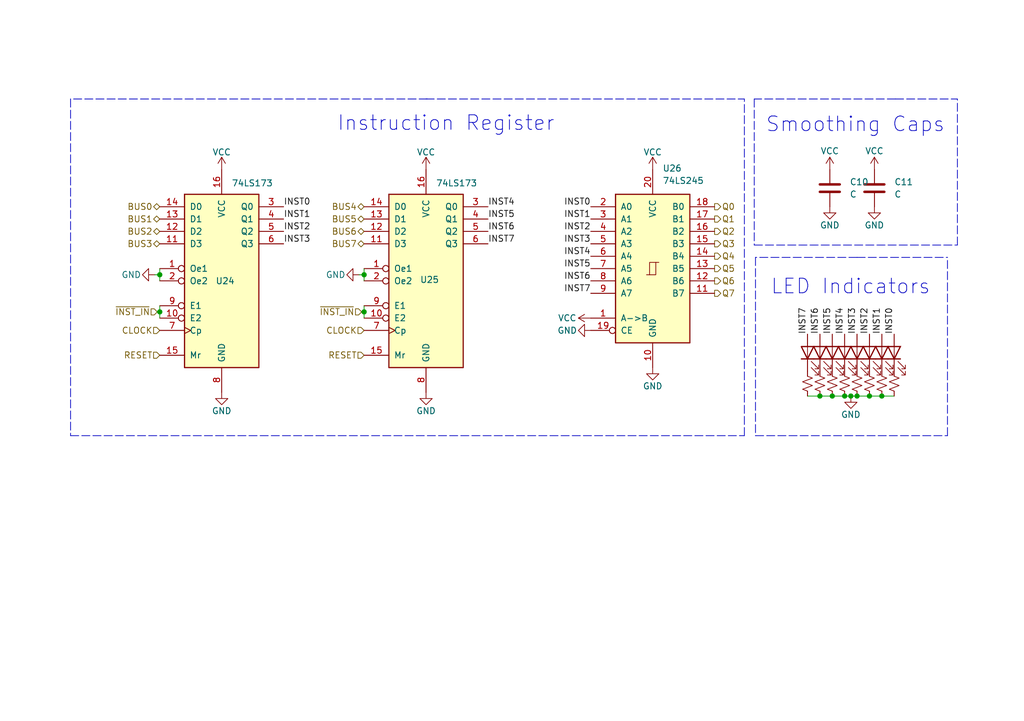
<source format=kicad_sch>
(kicad_sch (version 20211123) (generator eeschema)
  (paper "A5")
  (lib_symbols
    (symbol "74xx:74LS173" (pin_names (offset 1.016))
      (property "Reference" "U" (at -7.62 19.05 0))
      (property "Value" "74LS173" (at -7.62 -19.05 0))
      (symbol "74LS173_1_0"
        (pin input inverted (at -12.7 2.54 0) (length 5.08) (name "Oe1") (number "1"))
        (pin input inverted (at -12.7 -7.62 0) (length 5.08) (name "E2") (number "10"))
        (pin input line (at -12.7 7.62 0) (length 5.08) (name "D3") (number "11"))
        (pin input line (at -12.7 10.16 0) (length 5.08) (name "D2") (number "12"))
        (pin input line (at -12.7 12.7 0) (length 5.08) (name "D1") (number "13"))
        (pin input line (at -12.7 15.24 0) (length 5.08) (name "D0") (number "14"))
        (pin input line (at -12.7 -15.24 0) (length 5.08) (name "Mr") (number "15"))
        (pin power_in line (at 0 22.86 270) (length 5.08) (name "VCC") (number "16"))
        (pin input inverted (at -12.7 0 0) (length 5.08) (name "Oe2") (number "2"))
        (pin tri_state line (at 12.7 15.24 180) (length 5.08) (name "Q0") (number "3"))
        (pin tri_state line (at 12.7 12.7 180) (length 5.08) (name "Q1") (number "4"))
        (pin tri_state line (at 12.7 10.16 180) (length 5.08) (name "Q2") (number "5"))
        (pin tri_state line (at 12.7 7.62 180) (length 5.08) (name "Q3") (number "6"))
        (pin input clock (at -12.7 -10.16 0) (length 5.08) (name "Cp") (number "7"))
        (pin power_in line (at 0 -22.86 90) (length 5.08) (name "GND") (number "8"))
        (pin input inverted (at -12.7 -5.08 0) (length 5.08) (name "E1") (number "9"))
      )
      (symbol "74LS173_1_1"
        (rectangle (start -7.62 17.78) (end 7.62 -17.78) (stroke (width 0.254)) (fill (type background)))
      )
    )
    (symbol "74xx:74LS245" (pin_names (offset 1.016))
      (property "Reference" "U" (at -7.62 16.51 0))
      (property "Value" "74LS245" (at -7.62 -16.51 0))
      (symbol "74LS245_1_0"
        (polyline (pts (xy -0.635 -1.27) (xy -0.635 1.27) (xy 0.635 1.27)))
        (polyline (pts (xy -1.27 -1.27) (xy 0.635 -1.27) (xy 0.635 1.27) (xy 1.27 1.27)))
        (pin input line (at -12.7 -10.16 0) (length 5.08) (name "A->B") (number "1"))
        (pin power_in line (at 0 -20.32 90) (length 5.08) (name "GND") (number "10"))
        (pin tri_state line (at 12.7 -5.08 180) (length 5.08) (name "B7") (number "11"))
        (pin tri_state line (at 12.7 -2.54 180) (length 5.08) (name "B6") (number "12"))
        (pin tri_state line (at 12.7 0 180) (length 5.08) (name "B5") (number "13"))
        (pin tri_state line (at 12.7 2.54 180) (length 5.08) (name "B4") (number "14"))
        (pin tri_state line (at 12.7 5.08 180) (length 5.08) (name "B3") (number "15"))
        (pin tri_state line (at 12.7 7.62 180) (length 5.08) (name "B2") (number "16"))
        (pin tri_state line (at 12.7 10.16 180) (length 5.08) (name "B1") (number "17"))
        (pin tri_state line (at 12.7 12.7 180) (length 5.08) (name "B0") (number "18"))
        (pin input inverted (at -12.7 -12.7 0) (length 5.08) (name "CE") (number "19"))
        (pin tri_state line (at -12.7 12.7 0) (length 5.08) (name "A0") (number "2"))
        (pin power_in line (at 0 20.32 270) (length 5.08) (name "VCC") (number "20"))
        (pin tri_state line (at -12.7 10.16 0) (length 5.08) (name "A1") (number "3"))
        (pin tri_state line (at -12.7 7.62 0) (length 5.08) (name "A2") (number "4"))
        (pin tri_state line (at -12.7 5.08 0) (length 5.08) (name "A3") (number "5"))
        (pin tri_state line (at -12.7 2.54 0) (length 5.08) (name "A4") (number "6"))
        (pin tri_state line (at -12.7 0 0) (length 5.08) (name "A5") (number "7"))
        (pin tri_state line (at -12.7 -2.54 0) (length 5.08) (name "A6") (number "8"))
        (pin tri_state line (at -12.7 -5.08 0) (length 5.08) (name "A7") (number "9"))
      )
      (symbol "74LS245_1_1"
        (rectangle (start -7.62 15.24) (end 7.62 -15.24) (stroke (width 0.254)) (fill (type background)))
      )
    )
    (symbol "Device:C" (pin_numbers hide) (pin_names (offset 0.254))
      (property "Reference" "C" (at 0.635 2.54 0))
      (property "Value" "C" (at 0.635 -2.54 0))
      (symbol "C_0_1"
        (polyline (pts (xy -2.032 -0.762) (xy 2.032 -0.762)) (stroke (width 0.508)))
        (polyline (pts (xy -2.032 0.762) (xy 2.032 0.762)) (stroke (width 0.508)))
      )
      (symbol "C_1_1"
        (pin passive line (at 0 3.81 270) (length 2.794) (name "~") (number "1"))
        (pin passive line (at 0 -3.81 90) (length 2.794) (name "~") (number "2"))
      )
    )
    (symbol "Device:LED" (pin_numbers hide) (pin_names (offset 1.016) hide)
      (property "Reference" "D" (at 0 2.54 0))
      (property "Value" "LED" (at 0 -2.54 0))
      (symbol "LED_0_1"
        (polyline (pts (xy -1.27 -1.27) (xy -1.27 1.27)) (stroke (width 0.254)))
        (polyline (pts (xy -1.27 0) (xy 1.27 0)))
        (polyline (pts (xy 1.27 -1.27) (xy 1.27 1.27) (xy -1.27 0) (xy 1.27 -1.27)) (stroke (width 0.254)))
        (polyline (pts (xy -3.048 -0.762) (xy -4.572 -2.286) (xy -3.81 -2.286) (xy -4.572 -2.286) (xy -4.572 -1.524)))
        (polyline (pts (xy -1.778 -0.762) (xy -3.302 -2.286) (xy -2.54 -2.286) (xy -3.302 -2.286) (xy -3.302 -1.524)))
      )
      (symbol "LED_1_1"
        (pin passive line (at -3.81 0 0) (length 2.54) (name "K") (number "1"))
        (pin passive line (at 3.81 0 180) (length 2.54) (name "A") (number "2"))
      )
    )
    (symbol "Device:R_Small_US" (pin_numbers hide) (pin_names (offset 0.254) hide)
      (property "Reference" "R" (at 0.762 0.508 0))
      (property "Value" "R_Small_US" (at 0.762 -1.016 0))
      (symbol "R_Small_US_1_1"
        (polyline (pts (xy 0 0) (xy 1.016 -0.381) (xy 0 -0.762) (xy -1.016 -1.143) (xy 0 -1.524)))
        (polyline (pts (xy 0 1.524) (xy 1.016 1.143) (xy 0 0.762) (xy -1.016 0.381) (xy 0 0)))
        (pin passive line (at 0 2.54 270) (length 1.016) (name "~") (number "1"))
        (pin passive line (at 0 -2.54 90) (length 1.016) (name "~") (number "2"))
      )
    )
    (symbol "power:GND" (power) (pin_names (offset 0))
      (property "Value" "GND" (at 0 -3.81 0))
      (symbol "GND_0_1"
        (polyline (pts (xy 0 0) (xy 0 -1.27) (xy 1.27 -1.27) (xy 0 -2.54) (xy -1.27 -1.27) (xy 0 -1.27)))
      )
      (symbol "GND_1_1"
        (pin power_in line (at 0 0 270) (length 0) hide (name "GND") (number "1"))
      )
    )
    (symbol "power:VCC" (power) (pin_names (offset 0))
      (property "Value" "VCC" (at 0 3.81 0))
      (symbol "VCC_0_1"
        (polyline (pts (xy -0.762 1.27) (xy 0 2.54)))
        (polyline (pts (xy 0 0) (xy 0 2.54)))
        (polyline (pts (xy 0 2.54) (xy 0.762 1.27)))
      )
      (symbol "VCC_1_1"
        (pin power_in line (at 0 0 90) (length 0) hide (name "VCC") (number "1"))
      )
    )
  )
  (junction (at 178.308 81.28))
  (junction (at 170.688 81.28))
  (junction (at 180.848 81.28))
  (junction (at 32.766 56.388))
  (junction (at 174.498 81.28))
  (junction (at 32.766 64.008))
  (junction (at 168.148 81.28))
  (junction (at 175.768 81.28))
  (junction (at 173.228 81.28))
  (junction (at 74.676 56.388))
  (junction (at 74.676 64.008))
  (polyline (pts (xy 194.31 89.408) (xy 194.31 52.832)))
  (wire (pts (xy 170.688 81.28) (xy 173.228 81.28)))
  (wire (pts (xy 32.766 56.388) (xy 32.766 57.658)))
  (wire (pts (xy 74.676 62.738) (xy 74.676 64.008)))
  (wire (pts (xy 74.168 64.008) (xy 74.676 64.008)))
  (wire (pts (xy 32.766 64.008) (xy 32.766 65.278)))
  (wire (pts (xy 74.676 55.118) (xy 74.676 56.388)))
  (wire (pts (xy 165.608 81.28) (xy 168.148 81.28)))
  (polyline (pts (xy 154.686 50.292) (xy 196.342 50.292)))
  (polyline (pts (xy 183.642 20.32) (xy 196.342 20.32)))
  (wire (pts (xy 73.66 56.388) (xy 74.676 56.388)))
  (polyline (pts (xy 87.63 20.32) (xy 14.478 20.32)))
  (polyline (pts (xy 154.94 52.832) (xy 154.94 89.408)))
  (polyline (pts (xy 14.478 20.32) (xy 14.478 89.408)))
  (wire (pts (xy 74.676 64.008) (xy 74.676 65.278)))
  (polyline (pts (xy 175.768 52.832) (xy 194.31 52.832)))
  (wire (pts (xy 174.498 81.28) (xy 175.768 81.28)))
  (polyline (pts (xy 196.342 50.292) (xy 196.342 20.32)))
  (wire (pts (xy 180.848 81.28) (xy 183.388 81.28)))
  (wire (pts (xy 31.75 56.388) (xy 32.766 56.388)))
  (polyline (pts (xy 154.94 89.408) (xy 194.31 89.408)))
  (polyline (pts (xy 154.686 20.32) (xy 154.686 50.292)))
  (wire (pts (xy 168.148 81.28) (xy 170.688 81.28)))
  (polyline (pts (xy 183.642 20.32) (xy 154.686 20.32)))
  (wire (pts (xy 175.768 81.28) (xy 178.308 81.28)))
  (polyline (pts (xy 14.478 89.408) (xy 152.654 89.408)))
  (wire (pts (xy 32.766 62.738) (xy 32.766 64.008)))
  (wire (pts (xy 178.308 81.28) (xy 180.848 81.28)))
  (wire (pts (xy 32.258 64.008) (xy 32.766 64.008)))
  (polyline (pts (xy 175.768 52.832) (xy 154.94 52.832)))
  (polyline (pts (xy 152.654 89.408) (xy 152.654 20.32)))
  (wire (pts (xy 32.766 55.118) (xy 32.766 56.388)))
  (wire (pts (xy 173.228 81.28) (xy 174.498 81.28)))
  (wire (pts (xy 74.676 56.388) (xy 74.676 57.658)))
  (polyline (pts (xy 87.376 20.32) (xy 152.654 20.32)))
  (text "Smoothing Caps" (at 156.972 27.432 0) (effects (font (size 3 3)) (justify left bottom)))
  (text "LED Indicators" (at 157.988 60.706 0) (effects (font (size 3 3)) (justify left bottom)))
  (text "Instruction Register" (at 69.088 27.178 0) (effects (font (size 3 3)) (justify left bottom)))
  (label "INST6" (at 100.076 47.498 0))
  (label "INST7" (at 165.608 68.58 90))
  (label "INST1" (at 180.848 68.58 90))
  (label "INST4" (at 121.158 52.578 180))
  (label "INST1" (at 121.158 44.958 180))
  (label "INST0" (at 121.158 42.418 180))
  (label "INST1" (at 58.166 44.958 0))
  (label "INST4" (at 100.076 42.418 0))
  (label "INST7" (at 100.076 50.038 0))
  (label "INST2" (at 58.166 47.498 0))
  (label "INST5" (at 121.158 55.118 180))
  (label "INST2" (at 178.308 68.58 90))
  (label "INST6" (at 168.148 68.58 90))
  (label "INST5" (at 170.688 68.58 90))
  (label "INST4" (at 173.228 68.58 90))
  (label "INST7" (at 121.158 60.198 180))
  (label "INST0" (at 58.166 42.418 0))
  (label "INST3" (at 58.166 50.038 0))
  (label "INST2" (at 121.158 47.498 180))
  (label "INST0" (at 183.388 68.58 90))
  (label "INST5" (at 100.076 44.958 0))
  (label "INST6" (at 121.158 57.658 180))
  (label "INST3" (at 175.768 68.58 90))
  (label "INST3" (at 121.158 50.038 180))
  (hierarchical_label "~{INST_IN}" (shape input) (at 32.258 64.008 180))
  (hierarchical_label "CLOCK" (shape input) (at 32.766 67.818 180))
  (hierarchical_label "BUS1" (shape tri_state) (at 32.766 44.958 180))
  (hierarchical_label "BUS4" (shape tri_state) (at 74.676 42.418 180))
  (hierarchical_label "CLOCK" (shape input) (at 74.676 67.818 180))
  (hierarchical_label "BUS3" (shape tri_state) (at 32.766 50.038 180))
  (hierarchical_label "BUS5" (shape tri_state) (at 74.676 44.958 180))
  (hierarchical_label "BUS6" (shape tri_state) (at 74.676 47.498 180))
  (hierarchical_label "Q6" (shape output) (at 146.558 57.658 0))
  (hierarchical_label "Q0" (shape output) (at 146.558 42.418 0))
  (hierarchical_label "BUS0" (shape tri_state) (at 32.766 42.418 180))
  (hierarchical_label "Q1" (shape output) (at 146.558 44.958 0))
  (hierarchical_label "Q4" (shape output) (at 146.558 52.578 0))
  (hierarchical_label "Q7" (shape output) (at 146.558 60.198 0))
  (hierarchical_label "BUS7" (shape tri_state) (at 74.676 50.038 180))
  (hierarchical_label "BUS2" (shape tri_state) (at 32.766 47.498 180))
  (hierarchical_label "RESET" (shape input) (at 74.676 72.898 180))
  (hierarchical_label "Q2" (shape output) (at 146.558 47.498 0))
  (hierarchical_label "~{INST_IN}" (shape input) (at 74.168 64.008 180))
  (hierarchical_label "RESET" (shape input) (at 32.766 72.898 180))
  (hierarchical_label "Q3" (shape output) (at 146.558 50.038 0))
  (hierarchical_label "Q5" (shape output) (at 146.558 55.118 0))
  (symbol (lib_id "Device:C") (at 170.18 38.608 0) (unit 1)
    (property "Reference" "C10" (at 174.244 37.3379 0) (effects (justify left)))
    (property "Value" "C" (at 174.244 39.8779 0) (effects (justify left)))
    (property "Footprint" "Capacitor_SMD:C_0805_2012Metric" (effects hide))
  )
  (symbol (lib_id "Device:R_Small_US") (at 183.388 78.74 0) (unit 1)
    (property "Reference" "R51" (effects hide))
    (property "Value" "R_Small_US" (effects hide))
    (property "Footprint" "Resistor_SMD:R_0805_2012Metric" (effects hide))
  )
  (symbol (lib_id "Device:R_Small_US") (at 173.228 78.74 0) (unit 1)
    (property "Reference" "R47" (effects hide))
    (property "Value" "R_Small_US" (effects hide))
    (property "Footprint" "Resistor_SMD:R_0805_2012Metric" (effects hide))
  )
  (symbol (lib_id "Device:LED") (at 170.688 72.39 90) (unit 1)
    (property "Reference" "D46" (effects hide))
    (property "Value" "LED" (effects hide))
    (property "Footprint" "LED_SMD:LED_0805_2012Metric" (effects hide))
  )
  (symbol (lib_id "Device:R_Small_US") (at 165.608 78.74 0) (unit 1)
    (property "Reference" "R44" (effects hide))
    (property "Value" "R_Small_US" (effects hide))
    (property "Footprint" "Resistor_SMD:R_0805_2012Metric" (effects hide))
  )
  (symbol (lib_id "74xx:74LS173") (at 87.376 57.658 0) (unit 1)
    (property "Reference" "U25" (at 86.106 57.404 0) (effects (justify left)))
    (property "Value" "74LS173" (at 89.3954 37.592 0) (effects (justify left)))
    (property "Footprint" "Package_SO:TSSOP-16_4.4x5mm_P0.65mm" (effects hide))
    (property "Datasheet" "http://www.ti.com/lit/gpn/sn74LS173" (effects hide))
  )
  (symbol (lib_id "Device:LED") (at 183.388 72.39 90) (unit 1)
    (property "Reference" "D51" (effects hide))
    (property "Value" "LED" (effects hide))
    (property "Footprint" "LED_SMD:LED_0805_2012Metric" (effects hide))
  )
  (symbol (lib_id "power:GND") (at 31.75 56.388 270) (unit 1)
    (property "Reference" "#PWR089" (effects hide))
    (property "Value" "GND" (at 26.924 56.388 90))
  )
  (symbol (lib_id "Device:R_Small_US") (at 180.848 78.74 0) (unit 1)
    (property "Reference" "R50" (effects hide))
    (property "Value" "R_Small_US" (effects hide))
    (property "Footprint" "Resistor_SMD:R_0805_2012Metric" (effects hide))
  )
  (symbol (lib_id "power:VCC") (at 170.18 34.798 0) (unit 1)
    (property "Reference" "#PWR099" (effects hide))
    (property "Value" "VCC" (at 170.18 30.988 0))
  )
  (symbol (lib_id "power:VCC") (at 45.466 34.798 0) (unit 1)
    (property "Reference" "#PWR090" (effects hide))
    (property "Value" "VCC" (at 45.466 31.242 0))
  )
  (symbol (lib_id "power:GND") (at 45.466 80.518 0) (unit 1)
    (property "Reference" "#PWR091" (effects hide))
    (property "Value" "GND" (at 45.466 84.328 0))
  )
  (symbol (lib_id "power:GND") (at 170.18 42.418 0) (unit 1)
    (property "Reference" "#PWR0100" (effects hide))
    (property "Value" "GND" (at 170.18 46.228 0))
  )
  (symbol (lib_id "Device:LED") (at 173.228 72.39 90) (unit 1)
    (property "Reference" "D47" (effects hide))
    (property "Value" "LED" (effects hide))
    (property "Footprint" "LED_SMD:LED_0805_2012Metric" (effects hide))
  )
  (symbol (lib_id "Device:LED") (at 165.608 72.39 90) (unit 1)
    (property "Reference" "D44" (effects hide))
    (property "Value" "LED" (effects hide))
    (property "Footprint" "LED_SMD:LED_0805_2012Metric" (effects hide))
  )
  (symbol (lib_id "power:GND") (at 87.376 80.518 0) (unit 1)
    (property "Reference" "#PWR094" (effects hide))
    (property "Value" "GND" (at 87.376 84.328 0))
  )
  (symbol (lib_id "power:GND") (at 121.158 67.818 270) (unit 1)
    (property "Reference" "#PWR096" (effects hide))
    (property "Value" "GND" (at 116.332 67.818 90))
  )
  (symbol (lib_id "power:GND") (at 174.498 81.28 0) (unit 1)
    (property "Reference" "#PWR0101" (effects hide))
    (property "Value" "GND" (at 174.498 85.09 0))
  )
  (symbol (lib_id "power:GND") (at 133.858 75.438 0) (unit 1)
    (property "Reference" "#PWR098" (effects hide))
    (property "Value" "GND" (at 133.858 79.248 0))
  )
  (symbol (lib_id "Device:C") (at 179.324 38.608 0) (unit 1)
    (property "Reference" "C11" (at 183.388 37.3379 0) (effects (justify left)))
    (property "Value" "C" (at 183.388 39.8779 0) (effects (justify left)))
    (property "Footprint" "Capacitor_SMD:C_0805_2012Metric" (effects hide))
  )
  (symbol (lib_id "power:VCC") (at 121.158 65.278 90) (unit 1)
    (property "Reference" "#PWR095" (effects hide))
    (property "Value" "VCC" (at 116.332 65.278 90))
  )
  (symbol (lib_id "Device:LED") (at 180.848 72.39 90) (unit 1)
    (property "Reference" "D50" (effects hide))
    (property "Value" "LED" (effects hide))
    (property "Footprint" "LED_SMD:LED_0805_2012Metric" (effects hide))
  )
  (symbol (lib_id "power:GND") (at 73.66 56.388 270) (unit 1)
    (property "Reference" "#PWR092" (effects hide))
    (property "Value" "GND" (at 68.834 56.388 90))
  )
  (symbol (lib_id "74xx:74LS245") (at 133.858 55.118 0) (unit 1)
    (property "Reference" "U26" (at 135.8774 34.544 0) (effects (justify left)))
    (property "Value" "74LS245" (at 135.8774 37.084 0) (effects (justify left)))
    (property "Footprint" "Package_SO:TSSOP-20_4.4x6.5mm_P0.65mm" (effects hide))
    (property "Datasheet" "http://www.ti.com/lit/gpn/sn74LS245" (effects hide))
  )
  (symbol (lib_id "power:VCC") (at 87.376 34.798 0) (unit 1)
    (property "Reference" "#PWR093" (effects hide))
    (property "Value" "VCC" (at 87.376 31.242 0))
  )
  (symbol (lib_id "74xx:74LS173") (at 45.466 57.658 0) (unit 1)
    (property "Reference" "U24" (at 44.196 57.658 0) (effects (justify left)))
    (property "Value" "74LS173" (at 47.4854 37.592 0) (effects (justify left)))
    (property "Footprint" "Package_SO:TSSOP-16_4.4x5mm_P0.65mm" (effects hide))
    (property "Datasheet" "http://www.ti.com/lit/gpn/sn74LS173" (effects hide))
  )
  (symbol (lib_id "Device:LED") (at 168.148 72.39 90) (unit 1)
    (property "Reference" "D45" (effects hide))
    (property "Value" "LED" (effects hide))
    (property "Footprint" "LED_SMD:LED_0805_2012Metric" (effects hide))
  )
  (symbol (lib_id "Device:LED") (at 175.768 72.39 90) (unit 1)
    (property "Reference" "D48" (effects hide))
    (property "Value" "LED" (effects hide))
    (property "Footprint" "LED_SMD:LED_0805_2012Metric" (effects hide))
  )
  (symbol (lib_id "power:VCC") (at 133.858 34.798 0) (unit 1)
    (property "Reference" "#PWR097" (effects hide))
    (property "Value" "VCC" (at 133.858 31.242 0))
  )
  (symbol (lib_id "Device:LED") (at 178.308 72.39 90) (unit 1)
    (property "Reference" "D49" (effects hide))
    (property "Value" "LED" (effects hide))
    (property "Footprint" "LED_SMD:LED_0805_2012Metric" (effects hide))
  )
  (symbol (lib_id "power:VCC") (at 179.324 34.798 0) (unit 1)
    (property "Reference" "#PWR0102" (effects hide))
    (property "Value" "VCC" (at 179.324 30.988 0))
  )
  (symbol (lib_id "Device:R_Small_US") (at 178.308 78.74 0) (unit 1)
    (property "Reference" "R49" (effects hide))
    (property "Value" "R_Small_US" (effects hide))
    (property "Footprint" "Resistor_SMD:R_0805_2012Metric" (effects hide))
  )
  (symbol (lib_id "power:GND") (at 179.324 42.418 0) (unit 1)
    (property "Reference" "#PWR0103" (effects hide))
    (property "Value" "GND" (at 179.324 46.228 0))
  )
  (symbol (lib_id "Device:R_Small_US") (at 170.688 78.74 0) (unit 1)
    (property "Reference" "R46" (effects hide))
    (property "Value" "R_Small_US" (effects hide))
    (property "Footprint" "Resistor_SMD:R_0805_2012Metric" (effects hide))
  )
  (symbol (lib_id "Device:R_Small_US") (at 168.148 78.74 0) (unit 1)
    (property "Reference" "R45" (effects hide))
    (property "Value" "R_Small_US" (effects hide))
    (property "Footprint" "Resistor_SMD:R_0805_2012Metric" (effects hide))
  )
  (symbol (lib_id "Device:R_Small_US") (at 175.768 78.74 0) (unit 1)
    (property "Reference" "R48" (effects hide))
    (property "Value" "R_Small_US" (effects hide))
    (property "Footprint" "Resistor_SMD:R_0805_2012Metric" (effects hide))
  )
)
</source>
